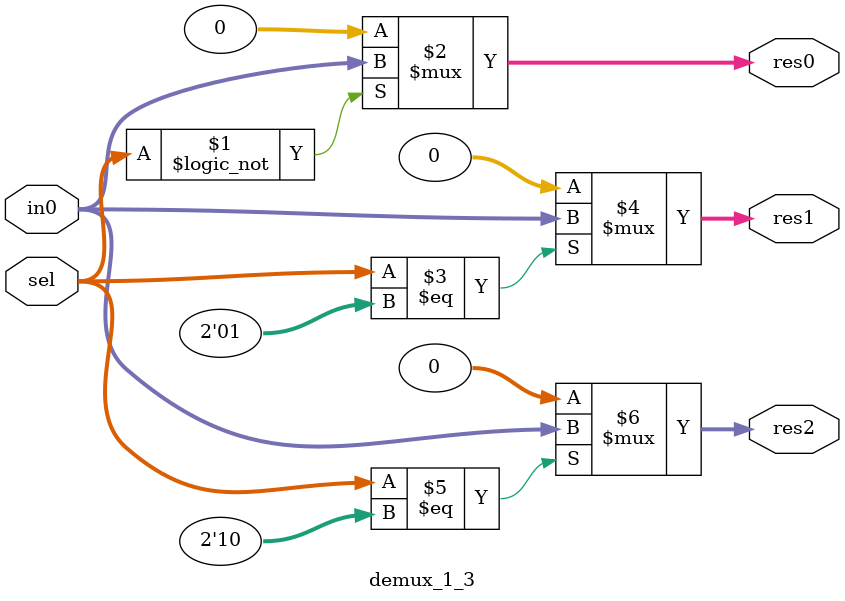
<source format=v>
module demux_1_3
#(
	parameter data_width = 32
)
(
	input [data_width-1:0] in0,
	input [1:0] sel,
	output [data_width-1:0] res0,res1,res2
);
	assign res0 = (sel==2'b00) ? in0 : 0;
	assign res1 = (sel==2'b01) ? in0 : 0;
	assign res2 = (sel==2'b10) ? in0 : 0;
	
endmodule

</source>
